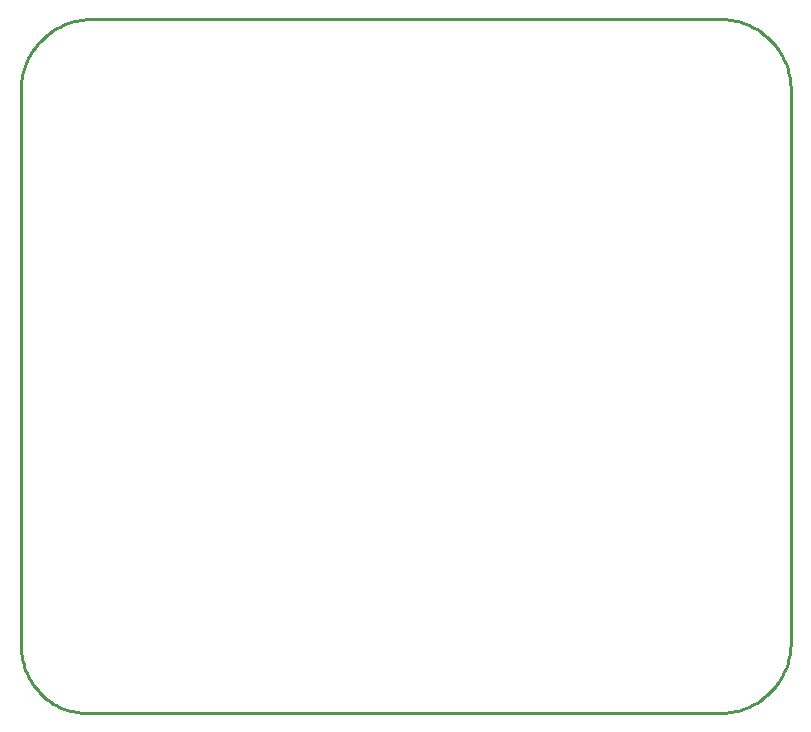
<source format=gm1>
G04*
G04 #@! TF.GenerationSoftware,Altium Limited,Altium Designer,20.0.13 (296)*
G04*
G04 Layer_Color=16711935*
%FSLAX25Y25*%
%MOIN*%
G70*
G01*
G75*
%ADD18C,0.01000*%
D18*
X384619Y170818D02*
X384642Y169828D01*
X384708Y168840D01*
X384819Y167856D01*
X384974Y166879D01*
X385173Y165909D01*
X385415Y164949D01*
X385699Y164000D01*
X386026Y163066D01*
X386395Y162147D01*
X386804Y161246D01*
X387254Y160363D01*
X387742Y159502D01*
X388269Y158664D01*
X388833Y157850D01*
X389433Y157062D01*
X390067Y156302D01*
X390735Y155572D01*
X391435Y154872D01*
X392166Y154204D01*
X392926Y153569D01*
X393714Y152969D01*
X394528Y152406D01*
X395366Y151879D01*
X396227Y151390D01*
X397109Y150941D01*
X398011Y150531D01*
X398930Y150163D01*
X399864Y149836D01*
X400812Y149551D01*
X401772Y149309D01*
X402742Y149110D01*
X403720Y148956D01*
X404704Y148845D01*
X405692Y148778D01*
X406681Y148756D01*
X408122Y380122D02*
X407120Y380101D01*
X406119Y380037D01*
X405122Y379931D01*
X404130Y379782D01*
X403145Y379592D01*
X402170Y379360D01*
X401205Y379087D01*
X400253Y378773D01*
X399314Y378419D01*
X398392Y378025D01*
X397487Y377593D01*
X396602Y377122D01*
X395737Y376615D01*
X394894Y376071D01*
X394076Y375492D01*
X393282Y374879D01*
X392515Y374232D01*
X391777Y373554D01*
X391068Y372845D01*
X390390Y372107D01*
X389743Y371340D01*
X389130Y370546D01*
X388551Y369728D01*
X388007Y368885D01*
X387500Y368020D01*
X387029Y367135D01*
X386597Y366230D01*
X386203Y365308D01*
X385849Y364369D01*
X385535Y363417D01*
X385262Y362452D01*
X385030Y361477D01*
X384840Y360492D01*
X384691Y359500D01*
X384585Y358503D01*
X384521Y357503D01*
X384500Y356500D01*
X617500Y148756D02*
X618503Y148777D01*
X619503Y148841D01*
X620500Y148947D01*
X621492Y149096D01*
X622477Y149286D01*
X623452Y149518D01*
X624417Y149791D01*
X625369Y150105D01*
X626308Y150459D01*
X627230Y150853D01*
X628135Y151285D01*
X629020Y151756D01*
X629885Y152263D01*
X630728Y152807D01*
X631546Y153386D01*
X632340Y153999D01*
X633107Y154646D01*
X633845Y155324D01*
X634554Y156033D01*
X635232Y156772D01*
X635879Y157538D01*
X636492Y158332D01*
X637071Y159150D01*
X637615Y159993D01*
X638122Y160858D01*
X638593Y161743D01*
X639025Y162648D01*
X639419Y163570D01*
X639773Y164508D01*
X640087Y165461D01*
X640360Y166426D01*
X640592Y167401D01*
X640782Y168386D01*
X640931Y169378D01*
X641037Y170375D01*
X641101Y171375D01*
X641122Y172378D01*
Y356500D02*
X641101Y357503D01*
X641037Y358503D01*
X640931Y359500D01*
X640782Y360492D01*
X640592Y361477D01*
X640360Y362452D01*
X640087Y363417D01*
X639773Y364369D01*
X639419Y365308D01*
X639025Y366230D01*
X638593Y367135D01*
X638122Y368020D01*
X637615Y368885D01*
X637071Y369728D01*
X636492Y370547D01*
X635879Y371340D01*
X635232Y372107D01*
X634554Y372845D01*
X633845Y373554D01*
X633107Y374232D01*
X632340Y374879D01*
X631546Y375492D01*
X630728Y376071D01*
X629885Y376615D01*
X629020Y377122D01*
X628135Y377593D01*
X627230Y378025D01*
X626308Y378419D01*
X625369Y378773D01*
X624417Y379087D01*
X623452Y379360D01*
X622477Y379592D01*
X621492Y379782D01*
X620500Y379931D01*
X619503Y380037D01*
X618503Y380101D01*
X617500Y380122D01*
X408122Y380122D02*
X617500Y380122D01*
X384619Y356500D02*
X384619Y170818D01*
X406681Y148756D02*
X617500Y148756D01*
X641122Y172378D02*
Y356500D01*
M02*

</source>
